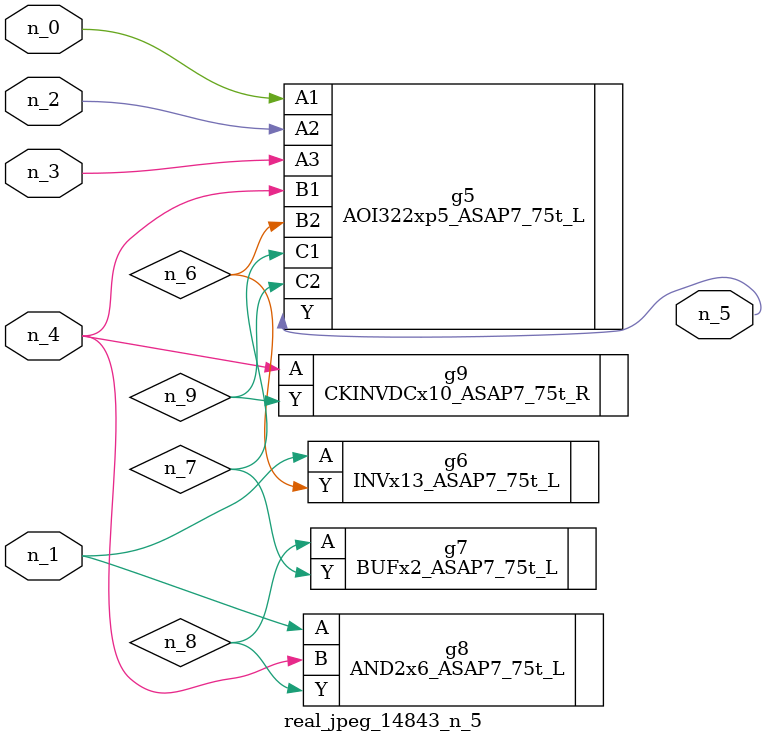
<source format=v>
module real_jpeg_14843_n_5 (n_4, n_0, n_1, n_2, n_3, n_5);

input n_4;
input n_0;
input n_1;
input n_2;
input n_3;

output n_5;

wire n_8;
wire n_6;
wire n_7;
wire n_9;

AOI322xp5_ASAP7_75t_L g5 ( 
.A1(n_0),
.A2(n_2),
.A3(n_3),
.B1(n_4),
.B2(n_6),
.C1(n_7),
.C2(n_9),
.Y(n_5)
);

INVx13_ASAP7_75t_L g6 ( 
.A(n_1),
.Y(n_6)
);

AND2x6_ASAP7_75t_L g8 ( 
.A(n_1),
.B(n_4),
.Y(n_8)
);

CKINVDCx10_ASAP7_75t_R g9 ( 
.A(n_4),
.Y(n_9)
);

BUFx2_ASAP7_75t_L g7 ( 
.A(n_8),
.Y(n_7)
);


endmodule
</source>
